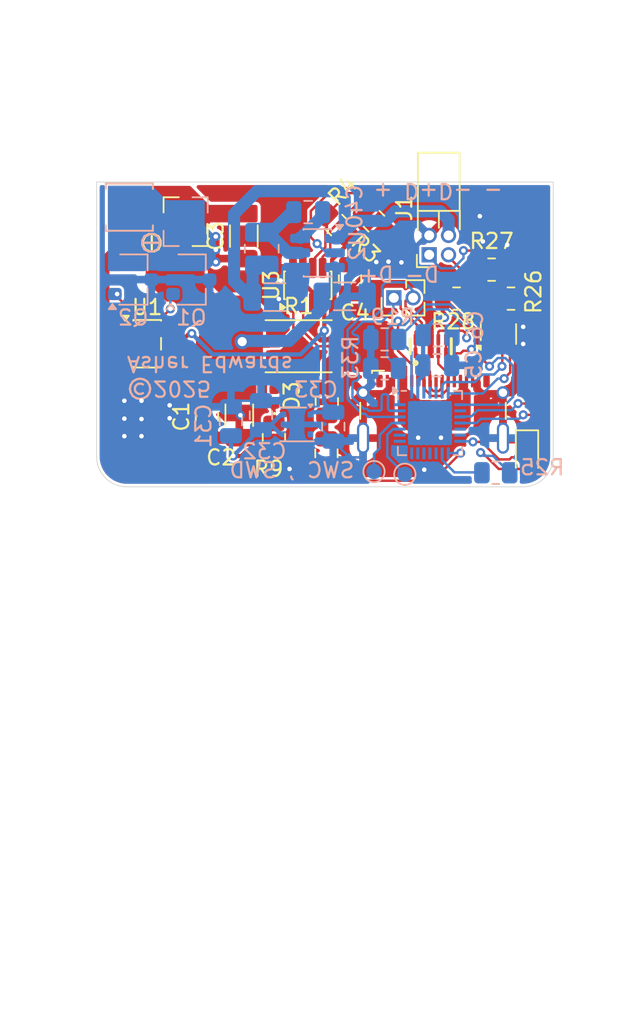
<source format=kicad_pcb>
(kicad_pcb (version 20241229) (generator "pcbnew") (generator_version "9.0")
  (title_block (title "CACKLE 2s 40A PSU & Charger") (date "2024-12-23") (rev "V1") (company "Author: Asher Edwards") (comment 1 "Licensed under CERN-OHL-S"))
  (layers (0 "F.Cu" signal) (2 "B.Cu" signal) (13 "F.Paste" user) (15 "B.Paste" user) (5 "F.SilkS" user "F.Silkscreen") (7 "B.SilkS" user "B.Silkscreen") (1 "F.Mask" user) (3 "B.Mask" user) (25 "Edge.Cuts" user))
  (net 0 "")
  (net 1 "/Connectors/3.3v")
  (net 2 "GND")
  (net 3 "GNDPWR")
  (net 4 "Net-(Q1-G)")
  (net 5 "/Connectors/USBPWR")
  (net 6 "/PSU/5V Out")
  (net 7 "/MCU/3.3v")
  (net 8 "Net-(U7-EN)")
  (net 9 "Net-(U2-SW)")
  (net 10 "Net-(U2-BST)")
  (net 11 "Net-(D3-K)")
  (net 12 "Net-(C7-Pad1)")
  (net 13 "/MCU/CurrSns")
  (net 14 "/Connectors/RS485+")
  (net 15 "Net-(D4-A)")
  (net 16 "/Connectors/RS485-")
  (net 17 "/SCL")
  (net 18 "/SDA")
  (net 19 "/MCU/LED")
  (net 22 "/Connectors/CC2")
  (net 23 "/MCU/UART1_RX")
  (net 24 "/MCU/UART1_TX")
  (net 25 "/Connectors/CC1")
  (net 26 "/Connectors/D-")
  (net 28 "/MCU/UART1-RTS")
  (net 29 "Net-(D3-A)")
  (net 30 "/Connectors/D+")
  (net 31 "Net-(U4-SWDIO{slash}PC18)")
  (net 32 "Net-(U4-SWCLK{slash}PC19)")
  (net 33 "/MCU/5v EN")
  (net 34 "/MCU/3v3 EN")
  (net 35 "Net-(U3-IN-)")
  (net 36 "Net-(U3-IN+)")
  (footprint "CDDFN10-3324P:CDDFN103324P" (layer "F.Cu") (at 130.05 123.125)
    (property "Reference" "D11" (hide yes))
    (property "Value" "CDDFN10-3324P" (hide yes))
  )
  (footprint "custom_Connector:NetTie-2_SMD_Pad0.2mm" (layer "F.Cu") (at 119.225 122.775 180)
    (property "Reference" "NT1" (hide yes))
    (property "Value" "NetTie_2" (hide yes))
  )
  (footprint "Resistor_SMD:R_0805_2012Metric" (layer "F.Cu") (at 135.325 119.65)
    (property "Reference" "R26")
    (property "Value" "120 ohm")
  )
  (footprint "Capacitor_SMD:C_1206_3216Metric" (layer "F.Cu") (at 117.775 115.55 90)
    (property "Reference" "C3")
    (property "Value" "22uf, 16v CL31A226MOCLNN")
  )
  (footprint "Package_TO_SOT_SMD:SOT-583-8" (layer "F.Cu") (at 134.5 121.975 90)
    (property "Reference" "U5" (hide yes))
    (property "Value" "THVD1420DRLR")
  )
  (footprint "custom_Connector:NetTie-2_SMD_Pad0.2mm" (layer "F.Cu") (at 123.525 122.775)
    (property "Reference" "NT2" (hide yes))
    (property "Value" "NetTie_2" (hide yes))
  )
  (footprint "Capacitor_SMD:C_1206_3216Metric" (layer "F.Cu") (at 117.475 127.3 90)
    (property "Reference" "C2")
    (property "Value" "22uf, 16v CL31A226MOCLNN")
  )
  (footprint "Package_TO_SOT_SMD:SOT-23-8" (layer "F.Cu") (at 121.975 118.775 90)
    (property "Reference" "U3")
    (property "Value" "INA219AxDCN")
  )
  (footprint "custom_Connector:Keystone_3579" (layer "F.Cu") (at 110.25 113.65 180)
    (property "Reference" "J3" (hide yes))
    (property "Value" "Keystone 3579")
  )
  (footprint "Capacitor_SMD:C_0805_2012Metric" (layer "F.Cu") (at 123.2 129.8 -90)
    (property "Reference" "C7" (hide yes))
    (property "Value" "10uF, 16v")
  )
  (footprint "custom_Connector:NetTie-2_SMD_Pad0.28mm" (layer "F.Cu") (at 122.245 125.4875)
    (property "Reference" "NT12" (hide yes))
    (property "Value" "PWR NetTie" (hide yes))
  )
  (footprint "custom_Connector:Keystone_3569_half" (layer "F.Cu") (at 113.95 112.05)
    (property "Reference" "J5" (hide yes))
    (property "Value" "Keystone 3569")
  )
  (footprint "Resistor_SMD:R_0805_2012Metric" (layer "F.Cu") (at 134.05 117.75 180)
    (property "Reference" "R27")
    (property "Value" "120 ohm")
  )
  (footprint "Resistor_SMD:R_0805_2012Metric" (layer "F.Cu") (at 119.75 128.75 90)
    (property "Reference" "R9")
    (property "Value" "10ohm")
  )
  (footprint "Capacitor_SMD:C_0805_2012Metric" (layer "F.Cu") (at 124.75 118.375 -90)
    (property "Reference" "C4")
    (property "Value" "100nF, 16v")
  )
  (footprint "Resistor_SMD:R_0805_2012Metric" (layer "F.Cu") (at 123.225 126.4 90)
    (property "Reference" "R2" (hide yes))
    (property "Value" "2ohm")
  )
  (footprint "Connector_PinHeader_1.27mm:PinHeader_1x02_P1.27mm_Vertical" (layer "F.Cu") (at 127.625 119.6 90)
    (property "Reference" "J12" (hide yes))
    (property "Value" "USB")
  )
  (footprint "LED_SMD:LED_0603_1608Metric_Pad1.05x0.95mm_HandSolder" (layer "F.Cu") (at 136.375 129.95 -90)
    (property "Reference" "D4" (hide yes))
    (property "Value" "2.6~3.1 Fv Green 5ma")
  )
  (footprint "Resistor_SMD:R_0805_2012Metric" (layer "F.Cu") (at 123.875 114.825 -45)
    (property "Reference" "R4")
    (property "Value" "10k")
  )
  (footprint "Resistor_SMD:R_2512_6332Metric" (layer "F.Cu") (at 121.375 122.775)
    (property "Reference" "R1")
    (property "Value" "50mOhm")
  )
  (footprint "Resistor_SMD:R_0805_2012Metric" (layer "F.Cu") (at 131.75 119.65)
    (property "Reference" "R28")
    (property "Value" "120 ohm")
  )
  (footprint "custom_Connector:PinSocket_2x02_P1.27mm_Horizontal" (layer "F.Cu") (at 129.95 116.775 90)
    (property "Reference" "J1")
    (property "Value" "Precidip 853-83-004-20-001101")
  )
  (footprint "Capacitor_SMD:C_0805_2012Metric" (layer "F.Cu") (at 115.35 127.4 90)
    (property "Reference" "C1")
    (property "Value" "10uF, 16v")
  )
  (footprint "custom_Connector:USB_C_G-Switch_GT-USB-7025-JLCPCBv" (layer "F.Cu") (at 130.2 128.51)
    (property "Reference" "J10" (hide yes))
    (property "Value" "G-Switch-GT-USB-7025")
  )
  (footprint "Diode_SMD:D_0402_1005Metric" (layer "F.Cu") (at 119.775 126.1 90)
    (property "Reference" "D3")
    (property "Value" "GSDH3005")
  )
  (footprint "Resistor_SMD:R_0805_2012Metric" (layer "F.Cu") (at 126.325 114.575 -45)
    (property "Reference" "R3")
    (property "Value" "10k")
  )
  (footprint "Package_TO_SOT_SMD:SOT-23-5" (layer "F.Cu") (at 111.425 122.6125)
    (property "Reference" "U1")
    (property "Value" "FAN3111E")
  )
  (footprint "Capacitor_SMD:C_0805_2012Metric" (layer "B.Cu") (at 118.9 127.3 90)
    (property "Reference" "C32")
    (property "Value" "100nF, 16v")
  )
  (footprint "Package_SON:WSON-6-1EP_2x2mm_P0.65mm_EP1x1.6mm" (layer "B.Cu") (at 121.2625 127.905 180)
    (property "Reference" "U7" (hide yes))
    (property "Value" "TPS7A2633DRV")
  )
  (footprint "Capacitor_SMD:C_1206_3216Metric" (layer "B.Cu") (at 124.4 119.5)
    (property "Reference" "C28" (hide yes))
    (property "Value" "22uf, 16v CL31A226MOCLNN")
  )
  (footprint "Capacitor_SMD:C_0805_2012Metric" (layer "B.Cu") (at 116.925 127.7 90)
    (property "Reference" "C31")
    (property "Value" "10uF, 16v")
  )
  (footprint "Capacitor_SMD:C_0805_2012Metric" (layer "B.Cu") (at 122 113.975 180)
    (property "Reference" "C40")
    (property "Value" "100nF, 16v")
  )
  (footprint "TestPoint:TestPoint_Pad_D1.0mm" (layer "B.Cu") (at 126.325 131 -90)
    (property "Reference" "TP1" (hide yes))
    (property "Value" "SWD" (hide yes))
  )
  (footprint "Inductor_SMD:L_1008_2520Metric" (layer "B.Cu") (at 118.95 116.375 -90)
    (property "Reference" "L3" (hide yes))
    (property "Value" "2.2uH, WIP322512A-2R2MLDG")
  )
  (footprint "Resistor_SMD:R_0805_2012Metric" (layer "B.Cu") (at 127.025 122.325)
    (property "Reference" "R19")
    (property "Value" "5.1k")
  )
  (footprint "Resistor_SMD:R_0805_2012Metric" (layer "B.Cu") (at 134.325 131.075)
    (property "Reference" "R25")
    (property "Value" "80.6 ohm")
  )
  (footprint "Package_TO_SOT_SMD:SC-59" (layer "B.Cu") (at 114.325 118.4)
    (property "Reference" "Q1")
    (property "Value" "PJA3430, or HL 2320A")
  )
  (footprint "Resistor_SMD:R_0805_2012Metric" (layer "B.Cu") (at 127.025 124.225)
    (property "Reference" "R33")
    (property "Value" "5.1k")
  )
  (footprint "Capacitor_SMD:C_0805_2012Metric" (layer "B.Cu") (at 130.475 124.025)
    (property "Reference" "C5")
    (property "Value" "100nF, 16v")
  )
  (footprint "Capacitor_SMD:C_0805_2012Metric" (layer "B.Cu") (at 123.65 128.05 -90)
    (property "Reference" "C33")
    (property "Value" "2.2uF, 16v")
  )
  (footprint "custom_Connector:Keystone_3579" (layer "B.Cu") (at 110.25 113.65)
    (property "Reference" "J7" (hide yes))
    (property "Value" "Keystone 3579")
  )
  (footprint "Package_TO_SOT_SMD:SC-59" (layer "B.Cu") (at 110.5 118.4)
    (property "Reference" "Q2")
    (property "Value" "PJA3430, or HL 2320A")
  )
  (footprint "Capacitor_SMD:C_1206_3216Metric" (layer "B.Cu") (at 119.8 119.55)
    (property "Reference" "C27" (hide yes))
    (property "Value" "22uf, 16v CL31A226MOCLNN")
  )
  (footprint "qfn_custom:QFN-28-1EP_4x4mm_P0.4mm_EP2.8x2.8mm" (layer "B.Cu") (at 130 127.8125 -90)
    (property "Reference" "U4" (hide yes))
    (property "Value" "CH32X035G8U6")
  )
  (footprint "TestPoint:TestPoint_Pad_D1.0mm" (layer "B.Cu") (at 128.35 131.175 -90)
    (property "Reference" "TP2" (hide yes))
    (property "Value" "SWC" (hide yes))
  )
  (footprint "Package_TO_SOT_SMD:TSOT-23-6" (layer "B.Cu") (at 122.609639 116.65 180)
    (property "Reference" "U2")
    (property "Value" "AP63203WU")
  )
  (footprint "custom_Connector:Keystone_3569_half" (layer "B.Cu") (at 113.95 112.05 180)
    (property "Reference" "J9" (hide yes))
    (property "Value" "Keystone 3569")
  )
  (footprint "Capacitor_SMD:C_0805_2012Metric" (layer "B.Cu") (at 130.5 122.05)
    (property "Reference" "C6")
    (property "Value" "4.7uF, 16v")
  )
  (gr_line (start 108.1 130) (end 108.1 112) (stroke (width 0.05)) (layer "Edge.Cuts"))
  (gr_line (start 108.1 112) (end 138.1 112) (stroke (width 0.05)) (layer "Edge.Cuts"))
  (gr_arc (start 138.1 130) (mid 137.504078 131.424277) (end 136.071436 131.999796) (stroke (width 0.05)) (layer "Edge.Cuts"))
  (gr_line (start 136.071436 131.999796) (end 110.1 132) (stroke (width 0.05)) (layer "Edge.Cuts"))
  (gr_arc (start 110.1 132) (mid 108.685786 131.414214) (end 108.1 130) (stroke (width 0.05)) (layer "Edge.Cuts"))
  (gr_line (start 138.1 112) (end 138.1 130) (stroke (width 0.05)) (layer "Edge.Cuts"))
  (gr_text "⊕" (at 110.7 116.75 -0) (layer "F.SilkS") (effects (font (size 1.5 1.5)) (justify left bottom)))
  (gr_text "⊖" (at 112.7 116.75 0) (layer "B.SilkS") (effects (font (size 1.5 1.5)) (justify left bottom mirror)))
  (gr_text "+ D+D- -" (at 126.2 112 180) (layer "B.SilkS") (effects (font (size 1 1)) (justify left bottom mirror)))
  (gr_text "©2025\nAsher Edwards" (at 110 123.35 180) (layer "B.SilkS") (effects (font (size 1 1)) (justify left bottom mirror)))
  (gr_text "D- D+" (at 130.7 118.675 0) (layer "B.SilkS") (effects (font (size 1 1)) (justify left bottom mirror)))
  (gr_text "SWC , SWD" (at 125.125 131.5 0) (layer "B.SilkS") (effects (font (size 1 1)) (justify left bottom mirror)))
  (segment (start 118.325 119.5) (end 118.35 119.475) (width 0.8) (layer "B.Cu") (net 1))
  (segment (start 131.225 114.475) (end 131.225 115.5) (width 0.8) (layer "B.Cu") (net 1))
  (segment (start 123.950032 115.7) (end 125.101032 114.549) (width 0.8) (layer "B.Cu") (net 1))
  (segment (start 118.325 119.55) (end 118.275 119.5) (width 0.8) (layer "B.Cu") (net 1))
  (segment (start 125.101032 114.549) (end 127.101 114.549) (width 0.8) (layer "B.Cu") (net 1))
  (segment (start 131.225 115.5) (end 131.22 115.505) (width 0.8) (layer "B.Cu") (net 1))
  (segment (start 118.325 119.55) (end 118.325 119.5) (width 0.8) (layer "B.Cu") (net 1))
  (segment (start 118.624 112.601) (end 123.976 112.601) (width 0.8) (layer "B.Cu") (net 1))
  (segment (start 118.131746 119.5) (end 117.132056 118.50031) (width 0.8) (layer "B.Cu") (net 1))
  (segment (start 127.725 113.925) (end 130.675 113.925) (width 0.8) (layer "B.Cu") (net 1))
  (segment (start 117.132056 118.50031) (end 117.132056 114.092944) (width 0.8) (layer "B.Cu") (net 1))
  (segment (start 118.275 119.5) (end 118.131746 119.5) (width 0.8) (layer "B.Cu") (net 1))
  (segment (start 124.4 115.250032) (end 123.950032 115.7) (width 0.8) (layer "B.Cu") (net 1))
  (segment (start 123.976 112.601) (end 124.4 113.025) (width 0.8) (layer "B.Cu") (net 1))
  (segment (start 118.35 117.7) (end 118.7711 117.2789) (width 0.8) (layer "B.Cu") (net 1))
  (segment (start 123.950032 115.7) (end 123.747139 115.7) (width 0.8) (layer "B.Cu") (net 1))
  (segment (start 130.675 113.925) (end 131.225 114.475) (width 0.8) (layer "B.Cu") (net 1))
  (segment (start 127.101 114.549) (end 127.725 113.925) (width 0.8) (layer "B.Cu") (net 1))
  (segment (start 124.4 113.025) (end 124.4 115.250032) (width 0.8) (layer "B.Cu") (net 1))
  (segment (start 117.132056 114.092944) (end 118.624 112.601) (width 0.8) (layer "B.Cu") (net 1))
  (segment (start 118.35 119.475) (end 118.35 117.7) (width 0.8) (layer "B.Cu") (net 1))
  (segment (start 135.25 121.5844) (end 134.7262 122.1082) (width 0.16) (layer "F.Cu") (net 2))
  (segment (start 127 125.9) (end 127.439 125.461) (width 0.5) (layer "F.Cu") (net 2))
  (segment (start 120.825 118.8) (end 120.529493 118.8) (width 0.28) (layer "F.Cu") (net 2))
  (segment (start 134.25 122.1082) (end 133.4519 122.1082) (width 0.16) (layer "F.Cu") (net 2))
  (segment (start 125.605 125.82) (end 125.685 125.9) (width 0.5) (layer "F.Cu") (net 2))
  (segment (start 133.407356 125.9) (end 133.094 125.586644) (width 0.5) (layer "F.Cu") (net 2))
  (segment (start 121.675 117.6125) (end 121.65 117.6375) (width 0.16) (layer "F.Cu") (net 2))
  (segment (start 122.3 119.9125) (end 122.325 119.8875) (width 0.16) (layer "F.Cu") (net 2))
  (segment (start 136.375 129.075) (end 134.9677 129.075) (width 0.16) (layer "F.Cu") (net 2))
  (segment (start 136.125 125.09104) (end 135.39604 125.82) (width 0.5) (layer "F.Cu") (net 2))
  (segment (start 130.3717 121.4371) (end 130.05 121.7588) (width 0.16) (layer "F.Cu") (net 2))
  (segment (start 133.4519 122.1082) (end 132.7808 121.4371) (width 0.16) (layer "F.Cu") (net 2))
  (segment (start 117.475 128.775) (end 115.775 128.775) (width 0.8) (layer "F.Cu") (net 2))
  (segment (start 130.05 123.163) (end 130.05 122.388) (width 0.16) (layer "F.Cu") (net 2))
  (segment (start 121.65 118.575) (end 121.425 118.8) (width 0.28) (layer "F.Cu") (net 2))
  (segment (start 134.795 125.82) (end 134.715 125.9) (width 0.5) (layer "F.Cu") (net 2))
  (segment (start 135.25 121.235) (end 135.25 121.5844) (width 0.16) (layer "F.Cu") (net 2))
  (segment (start 133.2 125.06) (end 132.8 125.06) (width 0.16) (layer "F.Cu") (net 2))
  (segment (start 121.425 118.8) (end 120.825 118.8) (width 0.28) (layer "F.Cu") (net 2))
  (segment (start 120.529493 118.8) (end 120.19355 118.464057) (width 0.28) (layer "F.Cu") (net 2))
  (segment (start 115.775 128.775) (end 115.35 128.35) (width 0.8) (layer "F.Cu") (net 2))
  (segment (start 134.7262 122.1082) (end 134.25 122.1082) (width 0.16) (layer "F.Cu") (net 2))
  (segment (start 115.35 128.35) (end 115.35 127.975) (width 0.16) (layer "F.Cu") (net 2))
  (segment (start 125.605 128.8) (end 125.605 130.0667) (width 0.16) (layer "F.Cu") (net 2))
  (segment (start 121.675 117.2163) (end 121.675 117.6125) (width 0.16) (layer "F.Cu") (net 2))
  (segment (start 123.3167 130.0667) (end 123.2 130.1834) (width 0.16) (layer "F.Cu") (net 2))
  (segment (start 121 117.6375) (end 121 118.625) (width 0.28) (layer "F.Cu") (net 2))
  (segment (start 125.605 130.0667) (end 123.3167 130.0667) (width 0.16) (layer "F.Cu") (net 2))
  (segment (start 127.439 125.461) (end 127.439 125.06) (width 0.5) (layer "F.Cu") (net 2))
  (segment (start 125.605 128.8) (end 125.605 125.82) (width 0.5) (layer "F.Cu") (net 2))
  (segment (start 121 118.625) (end 120.825 118.8) (width 0.28) (layer "F.Cu") (net 2))
  (segment (start 130.05 122.388) (end 130.05 121.7588) (width 0.16) (layer "F.Cu") (net 2))
  (segment (start 132.7808 121.4371) (end 130.3717 121.4371) (width 0.16) (layer "F.Cu") (net 2))
  (segment (start 134.715 125.9) (end 133.407356 125.9) (width 0.5) (layer "F.Cu") (net 2))
  (segment (start 134.795 128.8) (end 134.795 125.82) (width 0.5) (layer "F.Cu") (net 2))
  (segment (start 121.849999 118.8) (end 121.425 118.8) (width 0.28) (layer "F.Cu") (net 2))
  (segment (start 125.685 125.9) (end 127 125.9) (width 0.5) (layer "F.Cu") (net 2))
  (segment (start 121.65 117.6375) (end 121.65 118.575) (width 0.28) (layer "F.Cu") (net 2))
  (segment (start 136.125 122.625) (end 136.125 125.09104) (width 0.5) (layer "F.Cu") (net 2))
  (segment (start 134.25 122.1082) (end 134.25 122.715) (width 0.16) (layer "F.Cu") (net 2))
  (segment (start 135.39604 125.82) (end 134.795 125.82) (width 0.5) (layer "F.Cu") (net 2))
  (segment (start 133.094 125.586644) (end 133.094 125.166) (width 0.5) (layer "F.Cu") (net 2))
  (segment (start 122.3 119.250001) (end 121.849999 118.8) (width 0.28) (layer "F.Cu") (net 2))
  (segment (start 124.875 117.175) (end 124.825 117.125) (width 0.16) (layer "F.Cu") (net 2))
  (segment (start 123.2 130.1834) (end 123.2 130.75) (width 0.16) (layer "F.Cu") (net 2))
  (segment (start 122.3 119.9125) (end 122.3 119.250001) (width 0.28) (layer "F.Cu") (net 2))
  (segment (start 120.889207 117.7684) (end 121.1229 117.7684) (width 0.16) (layer "F.Cu") (net 2))
  (via (at 130.725 128.775) (size 0.6) (drill 0.3) (layers "F.Cu" "B.Cu") (net 2))
  (via (at 133.475 115.9) (size 0.6) (drill 0.3) (layers "F.Cu" "B.Cu") (net 2))
  (via (at 120.19355 118.464057) (size 0.6) (drill 0.3) (layers "F.Cu" "B.Cu") (net 2))
  (via (at 112.9 126.65) (size 0.6) (drill 0.3) (layers "F.Cu" "B.Cu") (net 2))
  (via (at 109.925 127.525) (size 0.6) (drill 0.3) (layers "F.Cu" "B.Cu") (net 2))
  (via (at 109.925 126.35) (size 0.6) (drill 0.3) (layers "F.Cu" "B.Cu") (net 2))
  (via (at 133.275 114.243) (size 0.6) (drill 0.3) (layers "F.Cu" "B.Cu") (net 2))
  (via (at 128.125 117.275) (size 0.6) (drill 0.3) (layers "F.Cu" "B.Cu") (net 2))
  (via (at 126.475 117.25) (size 0.6) (drill 0.3) (layers "F.Cu" "B.Cu") (net 2))
  (via (at 117.55 127.3) (size 0.6) (drill 0.3) (layers "F.Cu" "B.Cu") (net 2))
  (via (at 120.075 119.675) (size 0.6) (drill 0.3) (layers "F.Cu" "B.Cu") (net 2))
  (via (at 120.775 130.825) (size 0.6) (drill 0.3) (layers "F.Cu" "B.Cu") (net 2))
  (via (at 136.125 121.5) (size 0.6) (drill 0.3) (layers "F.Cu" "B.Cu") (net 2))
  (via (at 112.9 127.5) (size 0.6) (drill 0.3) (layers "F.Cu" "B.Cu") (net 2))
  (via (at 135.075 116.125) (size 0.6) (drill 0.3) (layers "F.Cu" "B.Cu") (net 2))
  (via (at 109.925 128.675) (size 0.6) (drill 0.3) (layers "F.Cu" "B.Cu") (net 2))
  (via (at 136.125 122.625) (size 0.6) (drill 0.3) (layers "F.Cu" "B.Cu") (net 2))
  (via (at 111.05 126.35) (size 0.6) (drill 0.3) (layers "F.Cu" "B.Cu") (net 2))
  (via (at 111.05 128.675) (size 0.6) (drill 0.3) (layers "F.Cu" "B.Cu") (net 2))
  (via (at 129.225 128.775) (size 0.6) (drill 0.3) (layers "F.Cu" "B.Cu") (net 2))
  (via (at 129.625 130.875) (size 0.6) (drill 0.3) (layers "F.Cu" "B.Cu") (net 2))
  (via (at 111.05 127.55) (size 0.6) (drill 0.3) (layers "F.Cu" "B.Cu") (net 2))
  (via (at 127.275 117.225) (size 0.6) (drill 0.3) (layers "F.Cu" "B.Cu") (net 2))
  (segment (start 120.5598 128.0898) (end 120.375 127.905) (width 0.16) (layer "B.Cu") (net 2))
  (segment (start 123.65 129) (end 122.555 127.905) (width 0.16) (layer "B.Cu") (net 2))
  (segment (start 121.022107 119.702893) (end 121.072107 119.702893) (width 0.8) (layer "B.Cu") (net 2))
  (segment (start 121.275 119.5) (end 121.45 119.325) (width 0.16) (layer "B.Cu") (net 2))
  (segment (start 125.605 125.82) (end 125.5999 125.8251) (width 0.16) (layer "B.Cu") (net 2))
  (segment (start 115.525 118.4) (end 114.1744 118.4) (width 0.16) (layer "B.Cu") (net 2))
  (segment (start 118.9 126.35) (end 120.146006 126.35) (width 0.16) (layer "B.Cu") (net 2))
  (segment (start 121.225 119.55) (end 121.275 119.55) (width 0.8) (layer "B.Cu") (net 2))
  (segment (start 121.2625 127.466494) (end 121.2625 127.905) (width 0.16) (layer "B.Cu") (net 2))
  (segment (start 131.425 122.075) (end 131.45 122.05) (width 0.16) (layer "B.Cu") (net 2))
  (segment (start 120.889207 117.7684) (end 120.19355 118.464057) (width 0.16) (layer "B.Cu") (net 2))
  (segment (start 125.605 128.8) (end 125.605 130.0667) (width 0.16) (layer "B.Cu") (net 2))
  (segment (start 134.9625 125.6525) (end 134.795 125.82) (width 0.16) (layer "B.Cu") (net 2))
  (segment (start 120.19355 118.464057) (end 120.19355 118.429742) (width 0.5) (layer "B.Cu") (net 2))
  (segment (start 121.275 119.55) (end 121.275 119.5) (width 0.16) (layer "B.Cu") (net 2))
  (segment (start 121.640539 117.7684) (end 121.472139 117.6) (width 0.16) (layer "B.Cu") (net 2))
  (segment (start 120.501 118.122292) (end 120.501 117.8174) (width 0.5) (layer "B.Cu") (net 2))
  (segment (start 120.994214 119.675) (end 121.022107 119.702893) (width 0.8) (layer "B.Cu") (net 2))
  (segment (start 120.275 119.475) (end 120.075 119.675) (width 0.5) (layer "B.Cu") (net 2))
  (segment (start 117.325 126.35) (end 116.925 126.75) (width 0.16) (layer "B.Cu") (net 2))
  (segment (start 120.501 117.8174) (end 120.7184 117.6) (width 0.5) (layer "B.Cu") (net 2))
  (segment (start 122.555 127.905) (end 122.15 127.905) (width 0.16) (layer "B.Cu") (net 2))
  (segment (start 121.6625 117.7684) (end 121.640539 117.7684) (width 0.16) (layer "B.Cu") (net 2))
  (segment (start 121.6625 117.7684) (end 120.889207 117.7684) (width 0.16) (layer "B.Cu") (net 2))
  (segment (start 121.072107 119.702893) (end 121.225 119.55) (width 0.8) (layer "B.Cu") (net 2))
  (segment (start 120.146006 126.35) (end 121.2625 127.466494) (width 0.16) (layer "B.Cu") (net 2))
  (segment (start 114.1744 118.4) (end 111.7 118.4) (width 0.16) (layer "B.Cu") (net 2))
  (segment (start 121.2625 128.0898) (end 120.5598 128.0898) (width 0.16) (layer "B.Cu") (net 2))
  (segment (start 120.19355 118.429742) (end 120.501 118.122292) (width 0.5) (layer "B.Cu") (net 2))
  (segment (start 120.7184 117.6) (end 121.472139 117.6) (width 0.5) (layer "B.Cu") (net 2))
  (segment (start 124.7167 130.0667) (end 123.65 129) (width 0.16) (layer "B.Cu") (net 2))
  (segment (start 121.6625 117.8125) (end 121.6625 117.7684) (width 0.16) (layer "B.Cu") (net 2))
  (segment (start 125.605 130.0667) (end 124.7167 130.0667) (width 0.16) (layer "B.Cu") (net 2))
  (segment (start 122.15 127.905) (end 121.2625 127.905) (width 0.16) (layer "B.Cu") (net 2))
  (segment (start 120.075 119.675) (end 120.994214 119.675) (width 0.8) (layer "B.Cu") (net 2))
  (segment (start 121.2625 127.905) (end 121.2625 128.0898) (width 0.16) (layer "B.Cu") (net 2))
  (segment (start 131.425 124.025) (end 131.425 122.075) (width 0.16) (layer "B.Cu") (net 2))
  (segment (start 118.9 126.35) (end 117.325 126.35) (width 0.16) (layer "B.Cu") (net 2))
  (segment (start 117.775 117.025) (end 116.1575 117.025) (width 0.5) (layer "F.Cu") (net 3))
  (segment (start 115.9325 115.575) (end 115.9325 117.25) (width 0.5) (layer "F.Cu") (net 3))
  (segment (start 116.1575 117.025) (end 115.9325 117.25) (width 0.5) (layer "F.Cu") (net 3))
  (via (at 115.9325 116.4457) (size 0.6) (drill 0.3) (layers "F.Cu" "B.Cu") (net 3))
  (via (at 115.9325 115.575) (size 0.6) (drill 0.3) (layers "F.Cu" "B.Cu") (net 3))
  (via (at 115.9325 117.25) (size 0.6) (drill 0.3) (layers "F.Cu" "B.Cu") (net 3))
  (segment (start 109.45 119.525) (end 111.5875 121.6625) (width 0.16) (layer "F.Cu") (net 4))
  (segment (start 112.95 120.325) (end 112.5625 120.7125) (width 0.16) (layer "F.Cu") (net 4))
  (segment (start 111.5875 121.6625) (end 112.5625 121.6625) (width 0.16) (layer "F.Cu") (net 4))
  (segment (start 112.5625 120.7125) (end 112.5625 121.6625) (width 0.16) (layer "F.Cu") (net 4))
  (segment (start 109.45 119.35) (end 109.45 119.525) (width 0.16) (layer "F.Cu") (net 4))
  (via (at 109.45 119.35) (size 0.6) (drill 0.3) (layers "F.Cu" "B.Cu") (net 4))
  (via (at 112.95 120.325) (size 0.6) (drill 0.3) (layers "F.Cu" "B.Cu") (net 4))
  (segment (start 109.45 119.35) (end 109.3 119.35) (width 0.16) (layer "B.Cu") (net 4))
  (segment (start 112.95 120.325) (end 112.95 119.525) (width 0.16) (layer "B.Cu") (net 4))
  (segment (start 112.95 119.525) (end 113.125 119.35) (width 0.16) (layer "B.Cu") (net 4))
  (segment (start 123.225 125.4875) (end 123.225 123.8875) (width 0.5) (layer "F.Cu") (net 5))
  (segment (start 123.225 123.8875) (end 124.3375 122.775) (width 0.5) (layer "F.Cu") (net 5))
  (segment (start 108.7 116.9983) (end 110.2792 115.4191) (width 0.5) (layer "F.Cu") (net 6))
  (segment (start 108.7 120.075) (end 108.7 116.9983) (width 0.5) (layer "F.Cu") (net 6))
  (segment (start 110.2875 121.6625) (end 108.7 120.075) (width 0.5) (layer "F.Cu") (net 6))
  (via (at 117.6653 122.4722) (size 1) (drill 0.6) (layers "F.Cu" "B.Cu") (net 6))
  (segment (start 122.949999 119.475) (end 122.924999 119.5) (width 0.8) (layer "B.Cu") (net 6))
  (segment (start 120.75 122.425) (end 122.934638 120.240362) (width 0.8) (layer "B.Cu") (net 6))
  (segment (start 123.162531 119.475) (end 122.949999 119.475) (width 0.8) (layer "B.Cu") (net 6))
  (segment (start 122.934638 120.240362) (end 122.934638 119.509639) (width 0.8) (layer "B.Cu") (net 6))
  (segment (start 117.6653 122.4722) (end 117.7125 122.425) (width 0.8) (layer "B.Cu") (net 6))
  (segment (start 123.747139 118.890392) (end 123.162531 119.475) (width 0.8) (layer "B.Cu") (net 6))
  (segment (start 123.747139 117.6) (end 123.747139 118.890392) (width 0.8) (layer "B.Cu") (net 6))
  (segment (start 117.7125 122.425) (end 120.75 122.425) (width 0.8) (layer "B.Cu") (net 6))
  (segment (start 122.934638 119.509639) (end 122.924999 119.5) (width 0.8) (layer "B.Cu") (net 6))
  (segment (start 124.4808 118.9308) (end 124.775 119.225) (width 0.28) (layer "F.Cu") (net 7))
  (segment (start 126.875 118.125) (end 125.6308 118.125) (width 0.28) (layer "F.Cu") (net 7))
  (segment (start 131.2125 119.55) (end 131.2125 119.1218) (width 0.28) (layer "F.Cu") (net 7))
  (segment (start 132.3061 121.0561) (end 130.9 119.65) (width 0.28) (layer "F.Cu") (net 7))
  (segment (start 130.4375 118.125) (end 130.8375 118.525) (width 0.28) (layer "F.Cu") (net 7))
  (segment (start 130.959732 120.8971) (end 130.959732 120.652768) (width 0.28) (layer "F.Cu") (net 7))
  (segment (start 123.575 118.9308) (end 123.575 117.08884) (width 0.28) (layer "F.Cu") (net 7))
  (segment (start 123.0686 118.9308) (end 123.575 118.9308) (width 0.28) (layer "F.Cu") (net 7))
  (segment (start 130.959732 120.652768) (end 130.8375 120.530536) (width 0.28) (layer "F.Cu") (net 7))
  (segment (start 130.8375 120.530536) (end 130.8375 119.925) (width 0.28) (layer "F.Cu") (net 7))
  (segment (start 131.1125 119.65) (end 131.2125 119.55) (width 0.28) (layer "F.Cu") (net 7))
  (segment (start 122.95 119.9125) (end 123.0686 119.7939) (width 0.28) (layer "F.Cu") (net 7))
  (segment (start 132.938615 121.0561) (end 132.3061 121.0561) (width 0.28) (layer "F.Cu") (net 7))
  (segment (start 130.4375 118.125) (end 126.875 118.125) (width 0.28) (layer "F.Cu") (net 7))
  (segment (start 123.061838 120.363162) (end 123.0686 120.3564) (width 0.28) (layer "F.Cu") (net 7))
  (segment (start 123.0686 119.7939) (end 123.0686 118.9308) (width 0.28) (layer "F.Cu") (net 7))
  (segment (start 124.775 119.3) (end 124.75 119.325) (width 0.28) (layer "F.Cu") (net 7))
  (segment (start 125.6308 118.125) (end 124.875 118.8808) (width 0.28) (layer "F.Cu") (net 7))
  (segment (start 112.5625 123.5625) (end 114.1853 121.9397) (width 0.28) (layer "F.Cu") (net 7))
  (segment (start 123.061838 121.748162) (end 123.061838 120.363162) (width 0.28) (layer "F.Cu") (net 7))
  (segment (start 133.75 121.235) (end 133.117515 121.235) (width 0.28) (layer "F.Cu") (net 7))
  (segment (start 130.9 119.65) (end 130.8375 119.65) (width 0.28) (layer "F.Cu") (net 7))
  (segment (start 124.520235 115.470235) (end 124.845235 115.795235) (width 0.28) (layer "F.Cu") (net 7))
  (segment (start 123.0686 120.3564) (end 123.0686 118.9308) (width 0.28) (layer "F.Cu") (net 7))
  (segment (start 124.775 119.225) (end 124.775 119.3) (width 0.28) (layer "F.Cu") (net 7))
  (segment (start 123.575 117.08884) (end 124.520235 116.143605) (width 0.28) (layer "F.Cu") (net 7))
  (segment (start 123.575 118.9308) (end 124.4808 118.9308) (width 0.28) (layer "F.Cu") (net 7))
  (segment (start 114.3532 121.9397) (end 114.3532 121.9396) (width 0.28) (layer "F.Cu") (net 7))
  (segment (start 124.875 119.2) (end 124.75 119.325) (width 0.28) (layer "F.Cu") (net 7))
  (segment (start 130.8375 119.65) (end 131.1125 119.65) (width 0.28) (layer "F.Cu") (net 7))
  (segment (start 126.395235 115.795235) (end 126.970235 115.220235) (width 0.28) (layer "F.Cu") (net 7))
  (segment (start 124.845235 115.795235) (end 126.395235 115.795235) (width 0.28) (layer "F.Cu") (net 7))
  (segment (start 124.875 118.8808) (end 124.875 119.2) (width 0.28) (layer "F.Cu") (net 7))
  (segment (start 133.117515 121.235) (end 132.938615 121.0561) (width 0.28) (layer "F.Cu") (net 7))
  (segment (start 124.520235 116.143605) (end 124.520235 115.470235) (width 0.28) (layer "F.Cu") (net 7))
  (segment (start 114.1853 121.9397) (end 114.3532 121.9397) (width 0.28) (layer "F.Cu") (net 7))
  (segment (start 130.8375 118.525) (end 130.8375 119.65) (width 0.28) (layer "F.Cu") (net 7))
  (via (at 123.061838 121.748162) (size 0.6) (drill 0.3) (layers "F.Cu" "B.Cu") (net 7))
  (via (at 130.959732 120.8971) (size 0.6) (drill 0.3) (layers "F.Cu" "B.Cu") (net 7))
  (via (at 114.3532 121.9396) (size 0.6) (drill 0.3) (layers "F.Cu" "B.Cu") (net 7))
  (segment (start 122.15 127.255) (end 122.305 127.1) (width 0.28) (layer "B.Cu") (net 7))
  (segment (start 122.305 127.1) (end 123.65 127.1) (width 0.28) (layer "B.Cu") (net 7))
  (segment (start 129.2 125.346702) (end 129.248351 125.298351) (width 0.2) (layer "B.Cu") (net 7))
  (segment (start 129.525 124.025) (end 129.525 124.725) (width 0.28) (layer "B.Cu") (net 7))
  (segment (start 129.55 124) (end 129.525 124.025) (width 0.28) (layer "B.Cu") (net 7))
  (segment (start 129.248351 125.001649) (end 129.248351 125.298351) (width 0.28) (layer "B.Cu") (net 7))
  (segment (start 129.2 125.875) (end 129.2 125.346702) (width 0.2) (layer "B.Cu") (net 7))
  (segment (start 130.959732 120.8971) (end 130.4549 120.8971) (width 0.28) (layer "B.Cu") (net 7))
  (segment (start 123.061838 121.748162) (end 123.0425 121.7675) (width 0.28) (layer "B.Cu") (net 7))
  (segment (start 121.4968 123.3132) (end 123.061838 121.748162) (width 0.28) (layer "B.Cu") (net 7))
  (segment (start 129.525 124.725) (end 129.248351 125.001649) (width 0.28) (layer "B.Cu") (net 7))
  (segment (start 114.3532 121.9396) (end 115.7268 123.3132) (width 0.28) (layer "B.Cu") (net 7))
  (segment (start 115.7268 123.3132) (end 121.4968 123.3132) (width 0.28) (layer "B.Cu") (net 7))
  (segment (start 129.55 122.05) (end 129.55 124) (width 0.28) (layer "B.Cu") (net 7))
  (segment (start 130.4549 120.8971) (end 129.55 121.802) (width 0.28) (layer "B.Cu") (net 7))
  (segment (start 123.0425 126.4925) (end 123.65 127.1) (width 0.28) (layer "B.Cu") (net 7))
  (segment (start 123.0425 121.7675) (end 123.0425 126.4925) (width 0.28) (layer "B.Cu") (net 7))
  (segment (start 129.55 121.802) (end 129.55 122.05) (width 0.28) (layer "B.Cu") (net 7))
  (segment (start 117.9375 129.6625) (end 119.75 129.6625) (width 0.28) (layer "F.Cu") (net 8))
  (segment (start 117.075 129.975) (end 117.625 129.975) (width 0.28) (layer "F.Cu") (net 8))
  (segment (start 117.625 129.975) (end 117.9375 129.6625) (width 0.28) (layer "F.Cu") (net 8))
  (via (at 117.075 129.975) (size 0.6) (drill 0.3) (layers "F.Cu" "B.Cu") (net 8))
  (segment (start 120.2012 128.555) (end 119.563 127.9167) (width 0.28) (layer "B.Cu") (net 8))
  (segment (start 116.925 129.825) (end 117.075 129.975) (width 0.28) (layer "B.Cu") (net 8))
  (segment (start 117.075 129.975) (end 118.3086 128.7414) (width 0.28) (layer "B.Cu") (net 8))
  (segment (start 119.563 127.9167) (end 120.2247 127.255) (width 0.28) (layer "B.Cu") (net 8))
  (segment (start 116.925 128.65) (end 116.925 129.825) (width 0.28) (layer "B.Cu") (net 8))
  (segment (start 119.0336 127.925) (end 119.5547 127.925) (width 0.28) (layer "B.Cu") (net 8))
  (segment (start 120.2247 127.255) (end 120.375 127.255) (width 0.28) (layer "B.Cu") (net 8))
  (segment (start 118.3086 128.65) (end 119.0336 127.925) (width 0.28) (layer "B.Cu") (net 8))
  (segment (start 119.5547 127.925) (end 119.563 127.9167) (width 0.28) (layer "B.Cu") (net 8))
  (segment (start 120.375 128.555) (end 120.2012 128.555) (width 0.28) (layer "B.Cu") (net 8))
  (segment (start 118.3086 128.7414) (end 118.3086 128.65) (width 0.28) (layer "B.Cu") (net 8))
  (segment (start 118.95 115.3) (end 119.343407 115.3) (width 0.8) (layer "B.Cu") (net 9))
  (segment (start 120.693407 116.65) (end 121.472139 116.65) (width 0.8) (layer "B.Cu") (net 9))
  (segment (start 118.95 115.183888) (end 118.833056 115.066944) (width 0.8) (layer "B.Cu") (net 9))
  (segment (start 119.343407 115.3) (end 120.693407 116.65) (width 0.8) (layer "B.Cu") (net 9))
  (segment (start 119.645139 115.242393) (end 120.759639 114.127893) (width 0.8) (layer "B.Cu") (net 9))
  (segment (start 119.03696 115.3) (end 118.95 115.3) (width 0.8) (layer "B.Cu") (net 9))
  (segment (start 119.11848 115.21848) (end 119.03696 115.3) (width 0.8) (layer "B.Cu") (net 9))
  (segment (start 118.95 115.3) (end 118.95 115.183888) (width 0.8) (layer "B.Cu") (net 9))
  (segment (start 120.897107 114.127893) (end 121.05 113.975) (width 0.8) (layer "B.Cu") (net 9))
  (segment (start 120.759639 114.127893) (end 120.897107 114.127893) (width 0.8) (layer "B.Cu") (net 9))
  (segment (start 122.95 113.975) (end 122.95 114.222139) (width 0.8) (layer "B.Cu") (net 10))
  (segment (start 122.797107 114.127893) (end 122.95 113.975) (width 0.16) (layer "B.Cu") (net 10))
  (segment (start 122.722139 114.127893) (end 122.797107 114.127893) (width 0.16) (layer "B.Cu") (net 10))
  (segment (start 122.95 114.222139) (end 121.523139 115.649) (width 0.8) (layer "B.Cu") (net 10))
  (segment (start 121.523139 115.649) (end 121.472139 115.649) (width 0.8) (layer "B.Cu") (net 10))
  (segment (start 121.472139 115.7) (end 121.422001 115.649862) (width 0.16) (layer "B.Cu") (net 10))
  (segment (start 119.725 126.635) (end 119.775 126.585) (width 0.28) (layer "F.Cu") (net 11))
  (segment (start 119.75 127.8375) (end 119.725 127.8125) (width 0.28) (layer "F.Cu") (net 11))
  (segment (start 119.725 127.8125) (end 119.725 126.635) (width 0.28) (layer "F.Cu") (net 11))
  (segment (start 123.075 127.4625) (end 123.225 127.3125) (width 0.5) (layer "F.Cu") (net 12))
  (segment (start 123.2 128.85) (end 123.075 128.725) (width 0.5) (layer "F.Cu") (net 12))
  (segment (start 123.075 128.725) (end 123.075 127.4625) (width 0.5) (layer "F.Cu") (net 12))
  (segment (start 133 119.65) (end 132.6625 119.65) (width 0.16) (layer "F.Cu") (net 14))
  (segment (start 132.9375 117.725) (end 132.9625 117.75) (width 0.16) (layer "F.Cu") (net 14))
  (segment (start 132.9625 117.75) (end 133.1375 117.75) (width 0.16) (layer "F.Cu") (net 14))
  (segment (start 133.1375 117.65) (end 133.2625 117.65) (width 0.16) (layer "F.Cu") (net 14))
  (segment (start 132.055 117.75) (end 131.225 116.92) (width 0.16) (layer "F.Cu") (net 14))
  (segment (start 131.225 116.78) (end 131.22 116.775) (width 0.16) (layer "F.Cu") (net 14))
  (segment (start 132.6625 118.125) (end 133.0375 117.75) (width 0.2) (layer "F.Cu") (net 14))
  (segment (start 132.6625 119.65) (end 132.6625 118.125) (width 0.2) (layer "F.Cu") (net 14))
  (segment (start 132.6625 119.2625) (end 132.6625 119.65) (width 0.16) (layer "F.Cu") (net 14))
  (segment (start 134.25 121.235) (end 134.25 120.9) (width 0.16) (layer "F.Cu") (net 14))
  (segment (start 133.0375 117.75) (end 133.1375 117.75) (width 0.2) (layer "F.Cu") (net 14))
  (segment (start 134.25 120.9) (end 133 119.65) (width 0.16) (layer "F.Cu") (net 14))
  (segment (start 133.1375 117.75) (end 132.055 117.75) (width 0.16) (layer "F.Cu") (net 14))
  (segment (start 131.225 116.92) (end 131.225 116.78) (width 0.16) (layer "F.Cu") (net 14))
  (segment (start 133.325 129.75) (end 133.4394 129.75) (width 0.16) (layer "F.Cu") (net 15))
  (segment (start 134.5144 130.825) (end 136.375 130.825) (width 0.16) (layer "F.Cu") (net 15))
  (segment (start 133.4394 129.75) (end 134.5144 130.825) (width 0.16) (layer "F.Cu") (net 15))
  (via (at 133.325 129.75) (size 0.6) (drill 0.3) (layers "F.Cu" "B.Cu") (net 15))
  (segment (start 134.1415 129.9665) (end 134.3125 130.1375) (width 0.16) (layer "B.Cu") (net 15))
  (segment (start 134.3125 130.15) (end 135.2375 131.075) (width 0.16) (layer "B.Cu") (net 15))
  (segment (start 133.5415 129.9665) (end 134.1415 129.9665) (width 0.16) (layer "B.Cu") (net 15))
  (segment (start 134.3125 130.1375) (end 134.3125 130.15) (width 0.16) (layer "B.Cu") (net 15))
  (segment (start 133.325 129.75) (end 133.5415 129.9665) (width 0.16) (layer "B.Cu") (net 15))
  (segment (start 134.7125 120.275) (end 134.7125 119.95) (width 0.16) (layer "F.Cu") (net 16))
  (segment (start 135.0875 119.65) (end 135.3875 119.35) (width 0.16) (layer "F.Cu") (net 16))
  (segment (start 135.0625 117.65) (end 134.9625 117.75) (width 0.16) (layer "F.Cu") (net 16))
  (segment (start 135.3875 119.35) (end 135.3875 117.95) (width 0.16) (layer "F.Cu") (net 16))
  (segment (start 134.75 120.3125) (end 134.7125 120.275) (width 0.16) (layer "F.Cu") (net 16))
  (segment (start 134.4125 119.65) (end 135.0875 119.65) (width 0.16) (layer "F.Cu") (net 16))
  (segment (start 129.548067 116.6468) (end 129.5718 116.6468) (width 0.16) (layer "F.Cu") (net 16))
  (segment (start 134.7125 119.95) (end 134.4125 119.65) (width 0.16) (layer "F.Cu") (net 16))
  (segment (start 135.0875 117.65) (end 135.0625 117.65) (width 0.16) (layer "F.Cu") (net 16))
  (segment (start 134.8625 117.75) (end 134.8375 117.725) (width 0.16) (layer "F.Cu") (net 16))
  (segment (start 133.6125 116.5) (end 132.2 116.5) (width 0.16) (layer "F.Cu") (net 16))
  (segment (start 135.3875 117.95) (end 135.0875 117.65) (width 0.16) (layer "F.Cu") (net 16))
  (segment (start 134.8625 117.75) (end 133.6125 116.5) (width 0.16) (layer "F.Cu") (net 16))
  (segment (start 134.75 121.235) (end 134.75 120.3125) (width 0.16) (layer "F.Cu") (net 16))
  (segment (start 134.9625 117.75) (end 134.8625 117.75) (width 0.16) (layer "F.Cu") (net 16))
  (segment (start 134.8375 117.725) (end 134.8375 117.4) (width 0.16) (layer "F.Cu") (net 16))
  (via (at 132.2 116.5) (size 0.6) (drill 0.3) (layers "F.Cu" "B.Cu") (net 16))
  (segment (start 130.696 117.661) (end 129.955 116.92) (width 0.16) (layer "B.Cu") (net 16))
  (segment (start 132.2 116.992933) (end 131.531933 117.661) (width 0.16) (layer "B.Cu") (net 16))
  (segment (start 132.2 116.5) (end 132.2 116.992933) (width 0.16) (layer "B.Cu") (net 16))
  (segment (start 131.531933 117.661) (end 130.696 117.661) (width 0.16) (layer "B.Cu") (net 16))
  (segment (start 129.955 116.78) (end 129.95 116.775) (width 0.16) (layer "B.Cu") (net 16))
  (segment (start 129.955 116.92) (end 129.955 116.78) (width 0.16) (layer "B.Cu") (net 16))
  (segment (start 125.575 113.075) (end 123.45 115.2) (width 0.16) (layer "F.Cu") (net 17))
  (segment (start 123.45 116.407896) (end 122.95 116.907896) (width 0.16) (layer "F.Cu") (net 17))
  (segment (start 137.075 125.725) (end 137.075 114.353962) (width 0.16) (layer "F.Cu") (net 17))
  (segment (start 135.796038 113.075) (end 125.575 113.075) (width 0.16) (layer "F.Cu") (net 17))
  (segment (start 135.785272 126.535272) (end 136.264728 126.535272) (width 0.16) (layer "F.Cu") (net 17))
  (segment (start 123.45 115.2) (end 123.45 116.407896) (width 0.16) (layer "F.Cu") (net 17))
  (segment (start 122.95 116.907896) (end 122.95 117.6375) (width 0.16) (layer "F.Cu") (net 17))
  (segment (start 125.679765 113.179765) (end 125.575 113.075) (width 0.16) (layer "F.Cu") (net 17))
  (segment (start 136.264728 126.535272) (end 137.075 125.725) (width 0.16) (layer "F.Cu") (net 17))
  (segment (start 125.679765 113.929765) (end 125.679765 113.179765) (width 0.16) (layer "F.Cu") (net 17))
  (segment (start 137.075 114.353962) (end 135.796038 113.075) (width 0.16) (layer "F.Cu") (net 17))
  (via (at 135.785272 126.535272) (size 0.6) (drill 0.3) (layers "F.Cu" "B.Cu") (net 17))
  (segment (start 132.7215 127.3785) (end 131.9715 127.3785) (width 0.16) (layer "B.Cu") (net 17))
  (segment (start 135.345544 126.975) (end 133.125 126.975) (width 0.16) (layer "B.Cu") (net 17))
  (segment (start 133.125 126.975) (end 132.7215 127.3785) (width 0.16) (layer "B.Cu") (net 17))
  (segment (start 131.9715 127.3785) (end 131.9375 127.4125) (width 0.16) (layer "B.Cu") (net 17))
  (segment (start 135.785272 126.535272) (end 135.345544 126.975) (width 0.16) (layer "B.Cu") (net 17))
  (segment (start 122.459 117.4785) (end 122.3 117.6375) (width 0.16) (layer "F.Cu") (net 18))
  (segment (start 136.7 127.275) (end 137.425 126.55) (width 0.16) (layer "F.Cu") (net 18))
  (segment (start 137.425 126.55) (end 137.425 114.25) (width 0.16) (layer "F.Cu") (net 18))
  (segment (start 135.9 112.725) (end 124.63453 112.725) (width 0.16) (layer "F.Cu") (net 18))
  (segment (start 136.125 127.275) (end 136.7 127.275) (width 0.16) (layer "F.Cu") (net 18))
  (segment (start 123.229765 114.129765) (end 123.229765 114.966273) (width 0.16) (layer "F.Cu") (net 18))
  (segment (start 122.325 117.8871) (end 122.3354 117.8767) (width 0.16) (layer "F.Cu") (net 18))
  (segment (start 122.459 116.944934) (end 122.459 117.4785) (width 0.16) (layer "F.Cu") (net 18))
  (segment (start 124.63453 112.725) (end 123.229765 114.129765) (width 0.16) (layer "F.Cu") (net 18))
  (segment (start 137.425 114.25) (end 135.9 112.725) (width 0.16) (layer "F.Cu") (net 18))
  (segment (start 123.229765 114.966273) (end 123.129 115.067038) (width 0.16) (layer "F.Cu") (net 18))
  (segment (start 123.129 116.274934) (end 122.459 116.944934) (width 0.16) (layer "F.Cu") (net 18))
  (segment (start 123.129 115.067038) (end 123.129 116.274934) (width 0.16) (layer "F.Cu") (net 18))
  (via (at 136.125 127.275) (size 0.6) (drill 0.3) (layers "F.Cu" "B.Cu") (net 18))
  (segment (start 136.125 127.275) (end 135.866 127.534) (width 0.16) (layer "B.Cu") (net 18))
  (segment (start 133.341 127.534) (end 133.0625 127.8125) (width 0.16) (layer "B.Cu") (net 18))
  (segment (start 135.866 127.534) (end 133.341 127.534) (width 0.16) (layer "B.Cu") (net 18))
  (segment (start 133.0625 127.8125) (end 131.9375 127.8125) (width 0.16) (layer "B.Cu") (net 18))
  (segment (start 131.6104 131.05) (end 133.3875 131.05) (width 0.16) (layer "B.Cu") (net 19))
  (segment (start 130.8 130.2396) (end 131.6104 131.05) (width 0.16) (layer "B.Cu") (net 19))
  (segment (start 133.3875 131.05) (end 133.4125 131.075) (width 0.16) (layer "B.Cu") (net 19))
  (segment (start 130.8 129.75) (end 130.8 130.2396) (width 0.16) (layer "B.Cu") (net 19))
  (segment (start 131.020868 124.404) (end 131.379132 124.404) (width 0.16) (layer "F.Cu") (net 22))
  (segment (start 130.55 121.8405) (end 130.55 122.338) (width 0.16) (layer "F.Cu") (net 22))
  (segment (start 130.55 123.213) (end 130.55 122.338) (width 0.16) (layer "F.Cu") (net 22))
  (segment (start 132.169211 121.7581) (end 130.6324 121.7581) (width 0.16) (layer "F.Cu") (net 22))
  (segment (start 130.55 123.933132) (end 131.020868 124.404) (width 0.16) (layer "F.Cu") (net 22))
  (segment (start 132.41 121.998889) (end 132.169211 121.7581) (width 0.16) (layer "F.Cu") (net 22))
  (segment (start 131.6 124.624868) (end 131.6 125.06) (width 0.16) (layer "F.Cu") (net 22))
  (segment (start 130.55 123.213) (end 130.55 123.933132) (width 0.16) (layer "F.Cu") (net 22))
  (segment (start 132.41 122.225) (end 132.41 121.998889) (width 0.16) (layer "F.Cu") (net 22))
  (segment (start 130.6324 121.7581) (end 130.55 121.8405) (width 0.16) (layer "F.Cu") (net 22))
  (segment (start 131.379132 124.404) (end 131.6 124.624868) (width 0.16) (layer "F.Cu") (net 22))
  (via (at 132.41 122.225) (size 0.6) (drill 0.3) (layers "F.Cu" "B.Cu") (net 22))
  (segment (start 127.9375 122.0125) (end 127.9375 122.325) (width 0.16) (layer "B.Cu") (net 22))
  (segment (start 128.8 125.825) (end 128.784 125.809) (width 0.16) (layer "B.Cu") (net 22))
  (segment (start 131.183822 120.3561) (end 129.817594 120.3561) (width 0.16) (layer "B.Cu") (net 22))
  (segment (start 128.784 125.809) (end 128.784 123.1715) (width 0.16) (layer "B.Cu") (net 22))
  (segment (start 128.784 123.1715) (end 127.9375 122.325) (width 0.16) (layer "B.Cu") (net 22))
  (segment (start 132.41 121.582278) (end 131.183822 120.3561) (width 0.16) (layer "B.Cu") (net 22))
  (segment (start 127.9375 122.236194) (end 127.9375 122.325) (width 0.16) (layer "B.Cu") (net 22))
  (segment (start 132.41 122.225) (end 132.41 121.582278) (width 0.16) (layer "B.Cu") (net 22))
  (segment (start 129.817594 120.3561) (end 127.9375 122.236194) (width 0.16) (layer "B.Cu") (net 22))
  (segment (start 128.8 125.875) (end 128.8 125.825) (width 0.16) (layer "B.Cu") (net 22))
  (segment (start 133.5998 123.776411) (end 133.5998 122.8652) (width 0.16) (layer "F.Cu") (net 23))
  (segment (start 133.5998 122.8652) (end 133.75 122.715) (width 0.16) (layer "F.Cu") (net 23))
  (segment (start 133.913686 124.090297) (end 133.5998 123.776411) (width 0.16) (layer "F.Cu") (net 23))
  (via (at 133.913686 124.090297) (size 0.6) (drill 0.3) (layers "F.Cu" "B.Cu") (net 23))
  (segment (start 133.913686 124.090297) (end 134.453665 123.550318) (width 0.16) (layer "B.Cu") (net 23))
  (segment (start 134.453665 123.550318) (end 134.954947 123.550318) (width 0.16) (layer "B.Cu") (net 23))
  (segment (start 134.954947 123.550318) (end 135.461 124.056371) (width 0.16) (layer "B.Cu") (net 23))
  (segment (start 134.944367 126.6125) (end 131.9375 126.6125) (width 0.16) (layer "B.Cu") (net 23))
  (segment (start 135.461 126.095867) (end 134.944367 126.6125) (width 0.16) (layer "B.Cu") (net 23))
  (segment (start 135.461 124.056371) (end 135.461 126.095867) (width 0.16) (layer "B.Cu") (net 23))
  (segment (start 135.271857 123.867228) (end 135.25 123.845371) (width 0.16) (layer "F.Cu") (net 24))
  (segment (start 135.271857 124.497177) (end 135.271857 123.867228) (width 0.16) (layer "F.Cu") (net 24))
  (segment (start 135.25 123.845371) (end 135.25 122.715) (width 0.16) (layer "F.Cu") (net 24))
  (segment (start 134.872017 124.897017) (end 135.271857 124.497177) (width 0.16) (layer "F.Cu") (net 24))
  (via (at 134.872017 124.897017) (size 0.6) (drill 0.3) (layers "F.Cu" "B.Cu") (net 24))
  (segment (start 133.475 125.875) (end 131.2 125.875) (width 0.16) (layer "B.Cu") (net 24))
  (segment (start 134.452983 124.897017) (end 133.475 125.875) (width 0.16) (layer "B.Cu") (net 24))
  (segment (start 134.872017 124.897017) (end 134.452983 124.897017) (width 0.16) (layer "B.Cu") (net 24))
  (segment (start 132.185394 123.071206) (end 132.0161 123.2405) (width 0.16) (layer "F.Cu") (net 25))
  (segment (start 128.8 125.06) (end 128.8 123.975) (width 0.16) (layer "F.Cu") (net 25))
  (segment (start 132.667412 122.975) (end 132.571206 123.071206) (width 0.16) (layer "F.Cu") (net 25))
  (segment (start 131.05 123.213) (end 131.05 123.2405) (width 0.16) (layer "F.Cu") (net 25))
  (segment (start 132.725 122.975) (end 132.667412 122.975) (width 0.16) (layer "F.Cu") (net 25))
  (segment (start 127.9 123.075) (end 127.9 121.125) (width 0.16) (layer "F.Cu") (net 25))
  (segment (start 132.571206 123.071206) (end 132.185394 123.071206) (width 0.16) (layer "F.Cu") (net 25))
  (segment (start 132.0161 123.2405) (end 131.05 123.2405) (width 0.16) (layer "F.Cu") (net 25))
  (segment (start 131.05 123.2405) (end 131.05 122.338) (width 0.16) (layer "F.Cu") (net 25))
  (segment (start 128.8 123.975) (end 127.9 123.075) (width 0.16) (layer "F.Cu") (net 25))
  (segment (start 131.05 123.5026) (end 131.05 123.2405) (width 0.16) (layer "F.Cu") (net 25))
  (via (at 132.725 122.975) (size 0.6) (drill 0.3) (layers "F.Cu" "B.Cu") (net 25))
  (via (at 127.9 121.125) (size 0.6) (drill 0.3) (layers "F.Cu" "B.Cu") (net 25))
  (segment (start 129.684632 120.0351) (end 128.335732 121.384) (width 0.16) (layer "B.Cu") (net 25))
  (segment (start 128.0625 126.6125) (end 127.9375 126.4875) (width 0.16) (layer "B.Cu") (net 25))
  (segment (start 127.184 121.664694) (end 127.184 123.4715) (width 0.16) (layer "B.Cu") (net 25))
  (segment (start 132.725 122.975) (end 132.814155 123.064155) (width 0.16) (layer "B.Cu") (net 25))
  (segment (start 132.951 121.669316) (end 131.316784 120.0351) (width 0.16) (layer "B.Cu") (net 25))
  (segment (start 127.9375 126.4875) (end 127.9375 124.225) (width 0.16) (layer "B.Cu") (net 25))
  (segment (start 131.316784 120.0351) (end 129.684632 120.0351) (width 0.16) (layer "B.Cu") (net 25))
  (segment (start 127.9 121.125) (end 128.076732 121.125) (width 0.16) (layer "B.Cu") (net 25))
  (segment (start 127.184 123.4715) (end 127.9375 124.225) (width 0.16) (layer "B.Cu") (net 25))
  (segment (start 132.725 122.975) (end 132.951 122.749) (width 0.16) (layer "B.Cu") (net 25))
  (segment (start 127.464694 121.384) (end 127.184 121.664694) (width 0.16) (layer "B.Cu") (net 25))
  (segment (start 128.335732 121.384) (end 127.464694 121.384) (width 0.16) (layer "B.Cu") (net 25))
  (segment (start 128.076732 121.125) (end 128.335732 121.384) (width 0.16) (layer "B.Cu") (net 25))
  (segment (start 132.951 122.749) (end 132.951 121.669316) (width 0.16) (layer "B.Cu") (net 25))
  (segment (start 130.751 125.06) (end 130.8 125.06) (width 0.16) (layer "F.Cu") (net 26))
  (segment (start 128.395001 119.799999) (end 128.395001 120.168727) (width 0.16) (layer "F.Cu") (net 26))
  (segment (start 130.751 125.544132) (end 130.751 125.06) (width 0.16) (layer "F.Cu") (net 26))
  (segment (start 128.595 119.6) (end 128.395001 119.799999) (width 0.16) (layer "F.Cu") (net 26))
  (segment (start 129.55 123.213) (end 129.55 122.338) (width 0.16) (layer "F.Cu") (net 26))
  (segment (start 129.55 123.260451) (end 129.609 123.319451) (width 0.16) (layer "F.Cu") (net 26))
  (segment (start 129.55 121.831749) (end 129.55 122.338) (width 0.16) (layer "F.Cu") (net 26))
  (segment (start 129.96 124.397499) (end 130 124.437499) (width 0.16) (layer "F.Cu") (net 26))
  (segment (start 129.96 123.7915) (end 129.96 124.397499) (width 0.16) (layer "F.Cu") (net 26))
  (segment (start 128.395001 120.168727) (end 129.46 121.233726) (width 0.16) (layer "F.Cu") (net 26))
  (segment (start 130 125.06) (end 130.049 125.06) (width 0.16) (layer "F.Cu") (net 26))
  (segment (start 129.609 123.319451) (end 129.609 123.7915) (width 0.16) (layer "F.Cu") (net 26))
  (segment (start 129.55 122.338) (end 129.525001 122.313001) (width 0.2) (layer "F.Cu") (net 26))
  (segment (start 130 124.437499) (end 130 125.06) (width 0.16) (layer "F.Cu") (net 26))
  (segment (start 129.46 121.233726) (end 129.46 121.741749) (width 0.16) (layer "F.Cu") (net 26))
  (segment (start 129.46 121.741749) (end 129.55 121.831749) (width 0.16) (layer "F.Cu") (net 26))
  (segment (start 128.895 119.6) (end 128.595 119.6) (width 0.16) (layer "F.Cu") (net 26))
  (segment (start 129.609 123.7915) (end 129.96 123.7915) (width 0.16) (layer "F.Cu") (net 26))
  (segment (start 130.579132 125.716) (end 130.751 125.544132) (width 0.16) (layer "F.Cu") (net 26))
  (segment (start 129.55 123.213) (end 129.55 123.260451) (width 0.16) (layer "F.Cu") (net 26))
  (segment (start 130.220868 125.716) (end 130.579132 125.716) (width 0.16) (layer "F.Cu") (net 26))
  (segment (start 130.049 125.544132) (end 130.220868 125.716) (width 0.16) (layer "F.Cu") (net 26))
  (segment (start 130.049 125.06) (end 130.049 125.544132) (width 0.16) (layer "F.Cu") (net 26))
  (segment (start 128.341 118.584) (end 128.87 119.113) (width 0.16) (layer "B.Cu") (net 26))
  (segment (start 126.859 120.316) (end 126.859 118.816) (width 0.16) (layer "B.Cu") (net 26))
  (segment (start 124.59 121.708726) (end 125.458909 120.839817) (width 0.16) (layer "B.Cu") (net 26))
  (segment (start 127.091 118.584) (end 128.341 118.584) (width 0.16) (layer "B.Cu") (net 26))
  (segment (start 126.859 118.816) (end 127.091 118.584) (width 0.16) (layer "B.Cu") (net 26))
  (segment (start 124.59 126.266274) (end 124.59 121.708726) (width 0.16) (layer "B.Cu") (net 26))
  (segment (start 128.0625 127.4125) (end 125.938162 127.4125) (width 0.16) (layer "B.Cu") (net 26))
  (segment (start 128.895 119.45) (end 128.895 119.6) (width 0.16) (layer "B.Cu") (net 26))
  (segment (start 125.732862 127.2072) (end 125.530926 127.2072) (width 0.16) (layer "B.Cu") (net 26))
  (segment (start 128.87 119.425) (end 128.895 119.45) (width 0.16) (layer "B.Cu") (net 26))
  (segment (start 125.938162 127.4125) (end 125.732862 127.2072) (width 0.16) (layer "B.Cu") (net 26))
  (segment (start 128.87 119.113) (end 128.87 119.425) (width 0.16) (layer "B.Cu") (net 26))
  (segment (start 125.458909 120.839817) (end 126.335183 120.839817) (width 0.16) (layer "B.Cu") (net 26))
  (segment (start 125.530926 127.2072) (end 124.59 126.266274) (width 0.16) (layer "B.Cu") (net 26))
  (segment (start 126.335183 120.839817) (end 126.859 120.316) (width 0.16) (layer "B.Cu") (net 26))
  (segment (start 134.730857 124.091318) (end 134.74973 124.091318) (width 0.16) (layer "F.Cu") (net 28))
  (segment (start 134.75 124.091048) (end 134.75 122.715) (width 0.16) (layer "F.Cu") (net 28))
  (segment (start 134.74973 124.091318) (end 134.75 124.091048) (width 0.16) (layer "F.Cu") (net 28))
  (via (at 134.730857 124.091318) (size 0.6) (drill 0.3) (layers "F.Cu" "B.Cu") (net 28))
  (segment (start 134.730857 124.110191) (end 134.210751 124.630297) (width 0.16) (layer "B.Cu") (net 28))
  (segment (start 134.730857 124.091318) (end 134.730857 124.110191) (width 0.16) (layer "B.Cu") (net 28))
  (segment (start 130.8 125.325) (end 130.8 125.875) (width 0.16) (layer "B.Cu") (net 28))
  (segment (start 134.210751 124.630297) (end 133.444703 124.630297) (width 0.16) (layer "B.Cu") (net 28))
  (segment (start 131 125.125) (end 130.8 125.325) (width 0.16) (layer "B.Cu") (net 28))
  (segment (start 132.95 125.125) (end 131 125.125) (width 0.16) (layer "B.Cu") (net 28))
  (segment (start 133.444703 124.630297) (end 132.95 125.125) (width 0.16) (layer "B.Cu") (net 28))
  (segment (start 119.9025 125.4875) (end 119.775 125.615) (width 0.28) (layer "F.Cu") (net 29))
  (segment (start 121.965 125.4875) (end 119.9025 125.4875) (width 0.28) (layer "F.Cu") (net 29))
  (segment (start 129.05 123.213) (end 129.05 122.338) (width 0.16) (layer "F.Cu") (net 30))
  (segment (start 129.14 121.366274) (end 129.14 121.741749) (width 0.16) (layer "F.Cu") (net 30))
  (segment (start 129.476046 124.11248) (end 129.63902 124.11248) (width 0.16) (layer "F.Cu") (net 30))
  (segment (start 129.184 123.820434) (end 129.476046 124.11248) (width 0.16) (layer "F.Cu") (net 30))
  (segment (start 129.184 123.347) (end 129.184 123.820434) (width 0.16) (layer "F.Cu") (net 30))
  (segment (start 131.151 125.011) (end 131.2 125.06) (width 0.16) (layer "F.Cu") (net 30))
  (segment (start 129.074999 122.313001) (end 129.074999 122.134398) (width 0.2) (layer "F.Cu") (net 30))
  (segment (start 129.14 121.741749) (end 129.05 121.831749) (width 0.16) (layer "F.Cu") (net 30))
  (segment (start 128.074999 120.301273) (end 129.14 121.366274) (width 0.16) (layer "F.Cu") (net 30))
  (segment (start 127.875 119.6) (end 128.074999 119.799999) (width 0.16) (layer "F.Cu") (net 30))
  (segment (start 129.05 122.338) (end 129.074999 122.313001) (width 0.2) (layer "F.Cu") (net 30))
  (segment (start 129.6 125.06) (end 129.649 125.011) (width 0.16) (layer "F.Cu") (net 30))
  (segment (start 129.05 121.831749) (end 129.05 122.338) (width 0.16) (layer "F.Cu") (net 30))
  (segment (start 131.151 125.598066) (end 131.151 125.011) (width 0.16) (layer "F.Cu") (net 30))
  (segment (start 129.649 125.598066) (end 130.087914 126.03698) (width 0.16) (layer "F.Cu") (net 30))
  (segment (start 128.074999 119.799999) (end 128.074999 120.301273) (width 0.16) (layer "F.Cu") (net 30))
  (segment (start 129.6 124.437499) (end 129.6 125.06) (width 0.16) (layer "F.Cu") (net 30))
  (segment (start 129.63902 124.11248) (end 129.63902 124.398479) (width 0.16) (layer "F.Cu") (net 30))
  (segment (start 129.649 125.011) (end 129.649 125.598066) (width 0.16) (layer "F.Cu") (net 30))
  (segment (start 130.087914 126.03698) (end 130.712086 126.03698) (width 0.16) (layer "F.Cu") (net 30))
  (segment (start 130.712086 126.03698) (end 131.151 125.598066) (width 0.16) (layer "F.Cu") (net 30))
  (segment (start 129.63902 124.398479) (end 129.6 124.437499) (width 0.16) (layer "F.Cu") (net 30))
  (segment (start 129.05 123.213) (end 129.184 123.347) (width 0.16) (layer "F.Cu") (net 30))
  (segment (start 127.625 119.6) (end 127.875 119.6) (width 0.16) (layer "F.Cu") (net 30))
  (segment (start 128.0625 127.0125) (end 127.410376 127.0125) (width 0.16) (layer "B.Cu") (net 30))
  (segment (start 124.911 124.091688) (end 124.911 124.241688) (width 0.16) (layer "B.Cu") (net 30))
  (segment (start 127.625 119.6) (end 127.625 119.35) (width 0.2) (layer "B.Cu") (net 30))
  (segment (start 124.911 125.441688) (end 124.911 126.131926) (width 0.16) (layer "B.Cu") (net 30))
  (segment (start 125.992125 127.0125) (end 125.925 126.945375) (width 0.16) (layer "B.Cu") (net 30))
  (segment (start 125.866231 126.885221) (end 125.664295 126.885221) (width 0.16) (layer "B.Cu") (net 30))
  (segment (start 126.468145 121.160817) (end 126.156917 121.160817) (width 0.16) (layer "B.Cu") (net 30))
  (segment (start 127.875 119.6) (end 127.925 119.65) (width 0.16) (layer "B.Cu") (net 30))
  (segment (start 125.591871 121.160817) (end 125.132251 121.620436) (width 0.16) (layer "B.Cu") (net 30))
  (segment (start 125.361 123.491688) (end 125.361 123.641688) (width 0.16) (layer "B.Cu") (net 30))
  (segment (start 126.156917 121.160817) (end 125.591871 121.160817) (width 0.16) (layer "B.Cu") (net 30))
  (segment (start 125.311 124.641688) (end 125.311 124.841688) (width 0.16) (layer "B.Cu") (net 30))
  (segment (start 127.074376 125.9225) (end 126.990376 125.9225) (width 0.16) (layer "B.Cu") (net 30))
  (segment (start 124.911 122.841688) (end 124.911 123.041688) (width 0.16) (layer "B.Cu") (net 30))
  (segment (start 126.822376 126.0905) (end 126.822376 126.8445) (width 0.16) (layer "B.Cu") (net 30))
  (segment (start 127.625 119.6) (end 127.6 119.625) (width 0.16) (layer "B.Cu") (net 30))
  (segment (start 127.242376 126.8445) (end 127.242376 126.0905) (width 0.16) (layer "B.Cu") (net 30))
  (segment (start 125.664295 126.885221) (end 125.204794 126.42572) (width 0.16) (layer "B.Cu") (net 30))
  (segment (start 125.925 126.945375) (end 125.925 126.94399) (width 0.16) (layer "B.Cu") (net 30))
  (segment (start 126.469146 121.159817) (end 126.468145 121.160817) (width 0.16) (layer "B.Cu") (net 30))
  (segment (start 126.654376 127.0125) (end 126.570376 127.0125) (width 0.16) (layer "B.Cu") (net 30))
  (segment (start 127.625 119.6) (end 127.875 119.6) (width 0.16) (layer "B.Cu") (net 30))
  (segment (start 126.840183 121.159817) (end 126.469146 121.159817) (width 0.16) (layer "B.Cu") (net 30))
  (segment (start 125.132251 121.620436) (end 124.911 121.841688) (width 0.16) (layer "B.Cu") (net 30))
  (segment (start 126.189903 127.0125) (end 125.992125 127.0125) (width 0.16) (layer "B.Cu") (net 30))
  (segment (start 124.911 125.241688) (end 124.911 125.441688) (width 0.16) (layer "B.Cu") (net 30))
  (segment (start 124.911 126.131926) (end 125.204794 126.42572) (width 0.16) (layer "B.Cu") (net 30))
  (segment (start 126.570376 127.0125) (end 126.189903 127.0125) (width 0.16) (layer "B.Cu") (net 30))
  (segment (start 127.6 120.4) (end 126.840183 121.159817) (width 0.16) (layer "B.Cu") (net 30))
  (segment (start 125.925 126.94399) (end 125.866231 126.885221) (width 0.16) (layer "B.Cu") (net 30))
  (segment (start 125.311 122.241688) (end 125.311 122.441688) (width 0.16) (layer "B.Cu") (net 30))
  (segment (start 127.6 119.625) (end 127.6 120.4) (width 0.16) (layer "B.Cu") (net 30))
  (arc (start 124.911 123.041688) (mid 124.976901 123.200787) (end 125.136 123.266688) (width 0.16) (layer "B.Cu") (net 30))
  (arc (start 125.111 122.641688) (mid 124.969579 122.700267) (end 124.911 122.841688) (width 0.16) (layer "B.Cu") (net 30))
  (arc (start 124.911 121.841688) (mid 124.969579 121.983109) (end 125.111 122.041688) (width 0.16) (layer "B.Cu") (net 30))
  (arc (start 126.822376 126.8445) (mid 126.77317 126.963294) (end 126.654376 127.0125) (width 0.16) (layer "B.Cu") (net 30))
  (arc (start 125.311 124.841688) (mid 125.252421 124.983109) (end 125.111 125.041688) (width 0.16) (layer "B.Cu") (net 30))
  (arc (start 127.410376 127.0125) (mid 127.291582 126.963294) (end 127.242376 126.8445) (width 0.16) (layer "B.Cu") (net 30))
  (arc (start 125.136 123.266688) (mid 125.295099 123.332589) (end 125.361 123.491688) (width 0.16) (layer "B.Cu") (net 30))
  (arc (start 124.911 124.241688) (mid 124.969579 124.383109) (end 125.111 124.441688) (width 0.16) (layer "B.Cu") (net 30))
  (arc (start 126.990376 125.9225) (mid 126.871582 125.971706) (end 126.822376 126.0905) (width 0.16) (layer "B.Cu") (net 30))
  (arc (start 125.111 124.441688) (mid 125.252421 124.500267) (end 125.311 124.641688) (width 0.16) (layer "B.Cu") (net 30))
  (arc (start 127.242376 126.0905) (mid 127.19317 125.971706) (end 127.074376 125.9225) (width 0.16) (layer "B.Cu") (net 30))
  (arc (start 125.311 122.441688) (mid 125.252421 122.583109) (end 125.111 122.641688) (width 0.16) (layer "B.Cu") (net 30))
  (arc (start 125.111 125.041688) (mid 124.969579 125.100267) (end 124.911 125.241688) (width 0.16) (layer "B.Cu") (net 30))
  (arc (start 125.111 122.041688) (mid 125.252421 122.100267) (end 125.311 122.241688) (width 0.16) (layer "B.Cu") (net 30))
  (arc (start 125.361 123.641688) (mid 125.295099 123.800787) (end 125.136 123.866688) (width 0.16) (layer "B.Cu") (net 30))
  (arc (start 125.136 123.866688) (mid 124.976901 123.932589) (end 124.911 124.091688) (width 0.16) (layer "B.Cu") (net 30))
  (segment (start 126.7018 128.5962) (end 127.4855 127.8125) (width 0.16) (layer "B.Cu") (net 31))
  (segment (start 126.325 131) (end 126.325 129.8427) (width 0.16) (layer "B.Cu") (net 31))
  (segment (start 127.4855 127.8125) (end 128.0625 127.8125) (width 0.16) (layer "B.Cu") (net 31))
  (segment (start 126.325 129.8427) (end 126.7018 129.4659) (width 0.16) (layer "B.Cu") (net 31))
  (segment (start 126.7018 129.4659) (end 126.7018 128.5962) (width 0.16) (layer "B.Cu") (net 31))
  (segment (start 127.5697 128.2125) (end 128.0625 128.2125) (width 0.16) (layer "B.Cu") (net 32))
  (segment (start 128.35 131.175) (end 127.2 130.025) (width 0.16) (layer "B.Cu") (net 32))
  (segment (start 127.2 130.025) (end 127.2 128.5822) (width 0.16) (layer "B.Cu") (net 32))
  (segment (start 127.2 128.5822) (end 127.5697 128.2125) (width 0.16) (layer "B.Cu") (net 32))
  (segment (start 115.975 131.6) (end 111.85 127.475) (width 0.16) (layer "F.Cu") (net 33))
  (segment (start 110.4678 123.5626) (end 110.2875 123.5626) (width 0.16) (layer "F.Cu") (net 33))
  (segment (start 110.2875 123.5626) (end 110.2875 123.5625) (width 0.16) (layer "F.Cu") (net 33))
  (segment (start 130.199 131.6) (end 115.975 131.6) (width 0.16) (layer "F.Cu") (net 33))
  (segment (start 132.0174 129.7816) (end 130.199 131.6) (width 0.16) (layer "F.Cu") (net 33))
  (segment (start 111.85 124.9448) (end 110.4678 123.5626) (width 0.16) (layer "F.Cu") (net 33))
  (segment (start 111.85 127.475) (end 111.85 124.9448) (width 0.16) (layer "F.Cu") (net 33))
  (via (at 132.0174 129.7816) (size 0.6) (drill 0.3) (layers "F.Cu" "B.Cu") (net 33))
  (segment (start 131.2316 129.7816) (end 132.0174 129.7816) (width 0.16) (layer "B.Cu") (net 33))
  (segment (start 131.2 129.75) (end 131.2316 129.7816) (width 0.16) (layer "B.Cu") (net 33))
  (segment (start 136.666 130.059) (end 135.366 130.059) (width 0.16) (layer "F.Cu") (net 34))
  (segment (start 122.175 115.631129) (end 122.175 113.9) (width 0.16) (layer "F.Cu") (net 34))
  (segment (start 137.746 114.117037) (end 137.746 128.979) (width 0.16) (layer "F.Cu") (net 34))
  (segment (start 122.175 113.9) (end 123.671 112.404) (width 0.16) (layer "F.Cu") (net 34))
  (segment (start 122.589 116.045129) (end 122.175 115.631129) (width 0.16) (layer "F.Cu") (net 34))
  (segment (start 136.032962 112.404) (end 137.746 114.117037) (width 0.16) (layer "F.Cu") (net 34))
  (segment (start 137.746 128.979) (end 136.666 130.059) (width 0.16) (layer "F.Cu") (net 34))
  (segment (start 135.366 130.059) (end 135.225 130.2) (width 0.16) (layer "F.Cu") (net 34))
  (segment (start 135.225 130.2) (end 134.54009 130.2) (width 0.16) (layer "F.Cu") (net 34))
  (segment (start 134.54009 130.2) (end 133.39009 129.05) (width 0.16) (layer "F.Cu") (net 34))
  (segment (start 133.39009 129.05) (end 132.825 129.05) (width 0.16) (layer "F.Cu") (net 34))
  (segment (start 123.671 112.404) (end 136.032962 112.404) (width 0.16) (layer "F.Cu") (net 34))
  (via (at 132.825 129.05) (size 0.6) (drill 0.3) (layers "F.Cu" "B.Cu") (net 34))
  (via (at 122.589 116.045129) (size 0.6) (drill 0.3) (layers "F.Cu" "B.Cu") (net 34))
  (segment (start 123.747139 116.65) (end 123.193871 116.65) (width 0.16) (layer "B.Cu") (net 34))
  (segment (start 132.7875 129.0125) (end 132.825 129.05) (width 0.16) (layer "B.Cu") (net 34))
  (segment (start 123.193871 116.65) (end 122.589 116.045129) (width 0.16) (layer "B.Cu") (net 34))
  (segment (start 131.9875 129.0125) (end 132.7875 129.0125) (width 0.16) (layer "B.Cu") (net 34))
  (segment (start 122.65 122.775) (end 123.325 122.775) (width 0.16) (layer "F.Cu") (net 35))
  (segment (start 121.675 121.8) (end 122.65 122.775) (width 0.16) (layer "F.Cu") (net 35))
  (segment (start 121.675 119.9375) (end 121.675 121.8) (width 0.16) (layer "F.Cu") (net 35))
  (segment (start 121.65 119.9125) (end 121.675 119.9375) (width 0.16) (layer "F.Cu") (net 35))
  (segment (start 121.025 121.825) (end 121.025 119.9375) (width 0.16) (layer "F.Cu") (net 36))
  (segment (start 120.075 122.775) (end 121.025 121.825) (width 0.16) (layer "F.Cu") (net 36))
  (segment (start 121.025 119.9375) (end 121 119.9125) (width 0.16) (layer "F.Cu") (net 36))
  (segment (start 119.425 122.775) (end 120.075 122.775) (width 0.16) (layer "F.Cu") (net 36))
  (zone (net 6) (net_name "/PSU/5V Out") (layer "F.Cu") (priority 5) (connect_pads yes (clearance 0)) (min_thickness 0.25) (fill yes (thermal_gap 0.5) (thermal_bridge_width 0.5))
    (polygon (pts (xy 118.6 125.25) (xy 118.6 126.175) (xy 118.375 126.4) (xy 116.575 126.4) (xy 116.075 126.9) (xy 116.075 126.95) (xy 114.625 126.95) (xy 114.625 123.225) (xy 114.625 121.05) (xy 119.025 121.1) (xy 119.025 124.45)))
  )
  (zone (net 5) (net_name "/Connectors/USBPWR") (layer "F.Cu") (priority 1) (connect_pads yes (clearance 0)) (min_thickness 0.1) (fill yes (thermal_gap 0.5) (thermal_bridge_width 0.5) (smoothing fillet) (radius 0.2))
    (polygon (pts (xy 124.7 121.1) (xy 127.15 121.1) (xy 127.65 121.55) (xy 127.65 123.2) (xy 128.51 124.025) (xy 128.51 125.475) (xy 127.89 125.475) (xy 127.875 124.4592) (xy 124.66547 124.4592) (xy 124.7 124.45)))
  )
  (zone (net 6) (net_name "/PSU/5V Out") (layer "F.Cu") (priority 3) (connect_pads yes (clearance 0)) (min_thickness 0.25) (fill yes (thermal_gap 0.5) (thermal_bridge_width 0.5))
    (polygon (pts (xy 108.85 112.25) (xy 114.25 112.25) (xy 115.5 113.5) (xy 118.675 113.5) (xy 118.675 114.65) (xy 115.6 114.65) (xy 115.2 115.05) (xy 115.2 118.625) (xy 116.025 119.45) (xy 118.125 119.45) (xy 119.025 120.35) (xy 119.025 121.1) (xy 113.95 121.1) (xy 111.325 118.475) (xy 111.325 117.525) (xy 108.85 115.05)))
  )
  (zone (net 0) (net_name "") (layer "F.Cu") (connect_pads yes (clearance 0)) (min_thickness 0.1)
    (keepout (tracks allowed) (vias allowed) (pads allowed) (copperpour not_allowed) (footprints allowed))
    (fill (thermal_gap 0.5) (thermal_bridge_width 0.5) (smoothing fillet) (radius 0.2))
    (polygon (pts (xy 120.75 118.3) (xy 122.95 118.3) (xy 122.95 119.25) (xy 120.75 119.25)))
  )
  (zone (net 5) (net_name "/Connectors/USBPWR") (layer "F.Cu") (priority 2) (connect_pads yes (clearance 0)) (min_thickness 0.1) (fill yes (thermal_gap 0.5) (thermal_bridge_width 0.5) (smoothing fillet) (radius 0.2))
    (polygon (pts (xy 131.89 125.475) (xy 131.05 126.3) (xy 129.375 126.3) (xy 128.51 125.435) (xy 128.51 125.06) (xy 127.89 125.06) (xy 127.89 127.74) (xy 128.45 128.3) (xy 132.325 128.3) (xy 132.675 127.95) (xy 132.675 125.64) (xy 132.51 125.06) (xy 131.89 125.06)))
  )
  (zone (net 2) (net_name "GND") (layers "F.Cu" "B.Cu") (connect_pads (clearance 0)) (min_thickness 0.25) (fill yes (thermal_gap 0.5) (thermal_bridge_width 0.5))
    (polygon (pts (xy 101.975 105.1) (xy 140.125 105.1) (xy 140.175 105.15) (xy 140.175 134.275) (xy 140.1 134.35) (xy 101.925 134.35) (xy 101.925 105.15)))
  )
  (zone (net 3) (net_name "GNDPWR") (layer "B.Cu") (priority 4) (connect_pads yes (clearance 0)) (min_thickness 0.25) (fill yes (thermal_gap 0.5) (thermal_bridge_width 0.5))
    (polygon (pts (xy 108.85 117.05) (xy 108.85 112.25) (xy 111.75 112.25) (xy 112.7 113.2) (xy 115.2 113.2) (xy 115.2 114.8425) (xy 115.9325 115.575) (xy 115.9325 117.25) (xy 115.3325 117.85) (xy 108.85 117.85)))
  )
  (zone (net 2) (net_name "GND") (layer "B.Cu") (priority 6) (connect_pads yes (clearance 0)) (min_thickness 0.25) (fill yes (thermal_gap 0.5) (thermal_bridge_width 0.5))
    (polygon (pts (xy 121.85 120.45) (xy 120.175 120.45) (xy 119.9 120.175) (xy 119.9 118.002682) (xy 120.447188 117.3) (xy 122.134639 117.3) (xy 122.134639 117.9)))
  )
  (zone (net 0) (net_name "") (layer "B.Cu") (connect_pads (clearance 0)) (min_thickness 0.25)
    (keepout (tracks allowed) (vias allowed) (pads allowed) (copperpour not_allowed) (footprints allowed))
    (fill (thermal_gap 0.5) (thermal_bridge_width 0.5))
    (polygon (pts (xy 123.084639 114.875) (xy 123.084639 117.9) (xy 122.134639 117.9) (xy 122.134639 114.875)))
  )
)
</source>
